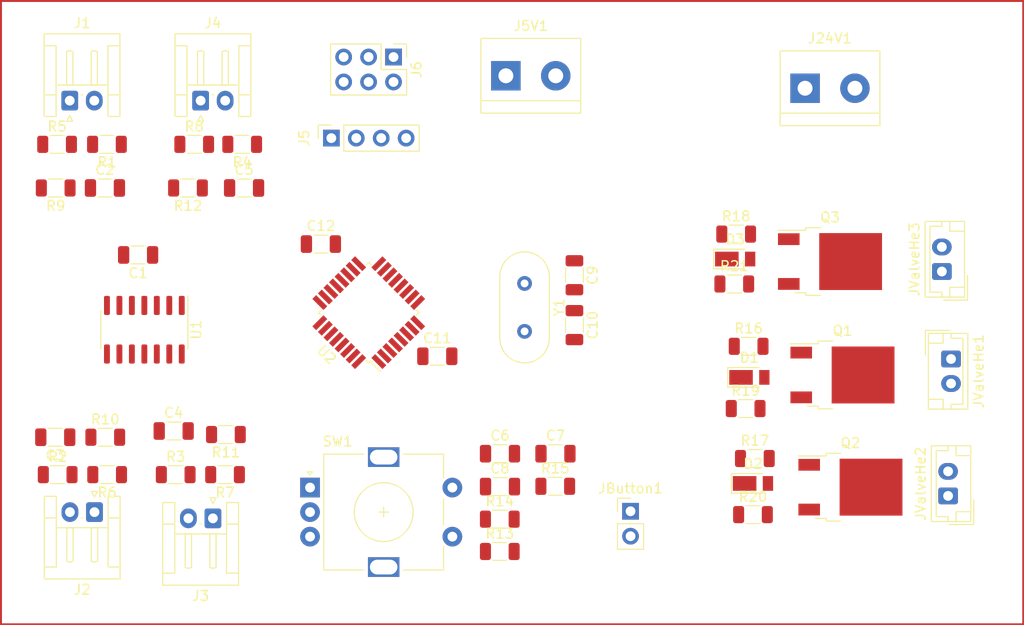
<source format=kicad_pcb>
(kicad_pcb (version 20211014) (generator pcbnew)
  (layers (0 "F.Cu" signal) (31 "B.Cu" signal) (34 "B.Paste" user) (35 "F.Paste" user) (36 "B.SilkS" user "B.Silkscreen") (37 "F.SilkS" user "F.Silkscreen") (38 "B.Mask" user) (39 "F.Mask" user) (44 "Edge.Cuts" user))
  (net 0 "")
  (net 1 "+5V")
  (net 2 "GND")
  (net 3 "Net-(C2-Pad1)")
  (net 4 "Net-(C2-Pad2)")
  (net 5 "Net-(C3-Pad1)")
  (net 6 "Net-(C3-Pad2)")
  (net 7 "Net-(C4-Pad1)")
  (net 8 "Net-(C4-Pad2)")
  (net 9 "Net-(C5-Pad1)")
  (net 10 "Net-(C5-Pad2)")
  (net 11 "Net-(C6-Pad1)")
  (net 12 "Net-(C7-Pad1)")
  (net 13 "+24V")
  (net 14 "Net-(D1-Pad2)")
  (net 15 "Net-(D2-Pad2)")
  (net 16 "Net-(D3-Pad2)")
  (net 17 "Net-(J1-Pad2)")
  (net 18 "Net-(J2-Pad2)")
  (net 19 "Net-(J3-Pad2)")
  (net 20 "Net-(J4-Pad2)")
  (net 21 "Net-(J5-Pad1)")
  (net 22 "Net-(J5-Pad2)")
  (net 23 "Net-(J6-Pad1)")
  (net 24 "Net-(J6-Pad3)")
  (net 25 "Net-(J6-Pad4)")
  (net 26 "Net-(J6-Pad5)")
  (net 28 "Net-(U2-Pad32)")
  (net 29 "Net-(Q1-Pad1)")
  (net 30 "Net-(Q2-Pad1)")
  (net 31 "Net-(Q3-Pad1)")
  (net 32 "Net-(C9-Pad1)")
  (net 33 "Net-(C10-Pad1)")
  (net 34 "Net-(R15-Pad1)")
  (net 35 "Net-(U2-Pad11)")
  (net 41 "Net-(R13-Pad2)")
  (net 43 "Net-(R14-Pad2)")
  (net 44 "Net-(R16-Pad1)")
  (net 45 "Net-(R17-Pad1)")
  (net 46 "Net-(R18-Pad1)")
  (footprint "Capacitor_SMD:C_1206_3216Metric" (layer "F.Cu") (at 100.535 67.31)
    (fp_text reference "C12" (at 0 -1.85) (layer "F.SilkS"))
    (fp_text value "100nF")
    (pad "1" smd roundrect (at -1.475 0) (size 1.15 1.8) (layers "F.Cu" "F.Paste" "F.Mask") (roundrect_rratio 0.217391) (net 1 "+5V"))
    (pad "2" smd roundrect (at 1.475 0) (size 1.15 1.8) (layers "F.Cu" "F.Paste" "F.Mask") (roundrect_rratio 0.217391) (net 2 "GND"))
  )
  (footprint "Capacitor_SMD:C_1206_3216Metric" (layer "F.Cu") (at 118.78 88.665)
    (fp_text reference "C6" (at 0 -1.85) (layer "F.SilkS"))
    (fp_text value "100nF")
    (pad "1" smd roundrect (at -1.475 0) (size 1.15 1.8) (layers "F.Cu" "F.Paste" "F.Mask") (roundrect_rratio 0.217391) (net 11 "Net-(C6-Pad1)"))
    (pad "2" smd roundrect (at 1.475 0) (size 1.15 1.8) (layers "F.Cu" "F.Paste" "F.Mask") (roundrect_rratio 0.217391) (net 2 "GND"))
  )
  (footprint "Resistor_SMD:R_1206_3216Metric" (layer "F.Cu") (at 90.859564 86.7125 180)
    (fp_text reference "R11" (at 0 -1.82) (layer "F.SilkS"))
    (fp_text value "100k")
    (pad "1" smd roundrect (at -1.4625 0 180) (size 1.125 1.75) (layers "F.Cu" "F.Paste" "F.Mask") (roundrect_rratio 0.222222) (net 8 "Net-(C4-Pad2)"))
    (pad "2" smd roundrect (at 1.4625 0 180) (size 1.125 1.75) (layers "F.Cu" "F.Paste" "F.Mask") (roundrect_rratio 0.222222) (net 7 "Net-(C4-Pad1)"))
  )
  (footprint "Capacitor_SMD:C_1206_3216Metric" (layer "F.Cu") (at 124.43 88.665)
    (fp_text reference "C7" (at 0 -1.85) (layer "F.SilkS"))
    (fp_text value "100nF")
    (pad "1" smd roundrect (at -1.475 0) (size 1.15 1.8) (layers "F.Cu" "F.Paste" "F.Mask") (roundrect_rratio 0.217391) (net 12 "Net-(C7-Pad1)"))
    (pad "2" smd roundrect (at 1.475 0) (size 1.15 1.8) (layers "F.Cu" "F.Paste" "F.Mask") (roundrect_rratio 0.217391) (net 2 "GND"))
  )
  (footprint "Resistor_SMD:R_1206_3216Metric" (layer "F.Cu") (at 143.805 84.065)
    (fp_text reference "R19" (at 0 -1.82) (layer "F.SilkS"))
    (fp_text value "1M")
    (pad "1" smd roundrect (at -1.4625 0) (size 1.125 1.75) (layers "F.Cu" "F.Paste" "F.Mask") (roundrect_rratio 0.222222) (net 13 "+24V"))
    (pad "2" smd roundrect (at 1.4625 0) (size 1.125 1.75) (layers "F.Cu" "F.Paste" "F.Mask") (roundrect_rratio 0.222222) (net 14 "Net-(D1-Pad2)"))
  )
  (footprint "Resistor_SMD:R_1206_3216Metric" (layer "F.Cu") (at 144.5525 94.87)
    (fp_text reference "R20" (at 0 -1.82) (layer "F.SilkS"))
    (fp_text value "1M")
    (pad "1" smd roundrect (at -1.4625 0) (size 1.125 1.75) (layers "F.Cu" "F.Paste" "F.Mask") (roundrect_rratio 0.222222) (net 13 "+24V"))
    (pad "2" smd roundrect (at 1.4625 0) (size 1.125 1.75) (layers "F.Cu" "F.Paste" "F.Mask") (roundrect_rratio 0.222222) (net 15 "Net-(D2-Pad2)"))
  )
  (footprint "Resistor_SMD:R_1206_3216Metric" (layer "F.Cu") (at 87.63 57.15)
    (fp_text reference "R8" (at 0 -1.82) (layer "F.SilkS"))
    (fp_text value "1k")
    (pad "1" smd roundrect (at -1.4625 0) (size 1.125 1.75) (layers "F.Cu" "F.Paste" "F.Mask") (roundrect_rratio 0.222222) (net 9 "Net-(C5-Pad1)"))
    (pad "2" smd roundrect (at 1.4625 0) (size 1.125 1.75) (layers "F.Cu" "F.Paste" "F.Mask") (roundrect_rratio 0.222222) (net 2 "GND"))
  )
  (footprint "Resistor_SMD:R_1206_3216Metric" (layer "F.Cu") (at 73.72 90.7975)
    (fp_text reference "R2" (at 0 -1.82) (layer "F.SilkS"))
    (fp_text value "10k")
    (pad "1" smd roundrect (at -1.4625 0) (size 1.125 1.75) (layers "F.Cu" "F.Paste" "F.Mask") (roundrect_rratio 0.222222) (net 18 "Net-(J2-Pad2)"))
    (pad "2" smd roundrect (at 1.4625 0) (size 1.125 1.75) (layers "F.Cu" "F.Paste" "F.Mask") (roundrect_rratio 0.222222) (net 2 "GND"))
  )
  (footprint "Capacitor_SMD:C_1206_3216Metric" (layer "F.Cu") (at 126.365 75.565 -90)
    (fp_text reference "C10" (at 0 -1.85 -270) (layer "F.SilkS"))
    (fp_text value "20pF")
    (pad "1" smd roundrect (at -1.475 0 270) (size 1.15 1.8) (layers "F.Cu" "F.Paste" "F.Mask") (roundrect_rratio 0.217391) (net 33 "Net-(C10-Pad1)"))
    (pad "2" smd roundrect (at 1.475 0 270) (size 1.15 1.8) (layers "F.Cu" "F.Paste" "F.Mask") (roundrect_rratio 0.217391) (net 2 "GND"))
  )
  (footprint "Rotary_Encoder:RotaryEncoder_Alps_EC11E-Switch_Vertical_H20mm" (layer "F.Cu") (at 99.43 92.115)
    (fp_text reference "SW1" (at 2.8 -4.7) (layer "F.SilkS"))
    (fp_text value "RotaryEncoder_Switch")
    (pad "A" thru_hole rect (at 0 0) (size 2 2) (drill 1) (layers *.Cu *.Mask) (net 34 "Net-(R15-Pad1)"))
    (pad "B" thru_hole circle (at 0 5) (size 2 2) (drill 1) (layers *.Cu *.Mask) (net 41 "Net-(R13-Pad2)"))
    (pad "C" thru_hole circle (at 0 2.5) (size 2 2) (drill 1) (layers *.Cu *.Mask) (net 2 "GND"))
    (pad "MP" thru_hole rect (at 7.5 -3.1) (size 3.2 2) (drill oval 2.8 1.5) (layers *.Cu *.Mask))
    (pad "MP" thru_hole rect (at 7.5 8.1) (size 3.2 2) (drill oval 2.8 1.5) (layers *.Cu *.Mask))
    (pad "S1" thru_hole circle (at 14.5 5) (size 2 2) (drill 1) (layers *.Cu *.Mask) (net 2 "GND"))
    (pad "S2" thru_hole circle (at 14.5 0) (size 2 2) (drill 1) (layers *.Cu *.Mask) (net 43 "Net-(R14-Pad2)"))
  )
  (footprint "Connector_JST:JST_EH_B2B-EH-A_1x02_P2.50mm_Vertical" (layer "F.Cu") (at 163.795 70.105 90)
    (fp_text reference "JValveHe3" (at 1.25 -2.8 90) (layer "F.SilkS"))
    (fp_text value "Screw_Terminal_01x02")
    (pad "1" thru_hole roundrect (at 0 0 90) (size 1.7 2) (drill 1) (layers *.Cu *.Mask) (roundrect_rratio 0.147059) (net 13 "+24V"))
    (pad "2" thru_hole oval (at 2.5 0 90) (size 1.7 2) (drill 1) (layers *.Cu *.Mask) (net 16 "Net-(D3-Pad2)"))
  )
  (footprint "Resistor_SMD:R_1206_3216Metric" (layer "F.Cu") (at 73.52 61.595 180)
    (fp_text reference "R9" (at 0 -1.82) (layer "F.SilkS"))
    (fp_text value "100k")
    (pad "1" smd roundrect (at -1.4625 0 180) (size 1.125 1.75) (layers "F.Cu" "F.Paste" "F.Mask") (roundrect_rratio 0.222222) (net 4 "Net-(C2-Pad2)"))
    (pad "2" smd roundrect (at 1.4625 0 180) (size 1.125 1.75) (layers "F.Cu" "F.Paste" "F.Mask") (roundrect_rratio 0.222222) (net 3 "Net-(C2-Pad1)"))
  )
  (footprint "Package_TO_SOT_SMD:TO-252-2" (layer "F.Cu") (at 153.67 80.645)
    (fp_text reference "Q1" (at 0 -4.5) (layer "F.SilkS"))
    (fp_text value "IRFR4105")
    (pad "1" smd rect (at -4.2 -2.28) (size 2.2 1.2) (layers "F.Cu" "F.Paste" "F.Mask") (net 29 "Net-(Q1-Pad1)"))
    (pad "2" smd rect (at 2.1 0) (size 6.4 5.8) (layers "F.Cu" "F.Mask") (net 14 "Net-(D1-Pad2)"))
    (pad "3" smd rect (at -4.2 2.28) (size 2.2 1.2) (layers "F.Cu" "F.Paste" "F.Mask") (net 2 "GND"))
  )
  (footprint "Connector_JST:JST_EH_B2B-EH-A_1x02_P2.50mm_Vertical" (layer "F.Cu") (at 164.73 79.015 -90)
    (fp_text reference "JValveHe1" (at 1.25 -2.8 90) (layer "F.SilkS"))
    (fp_text value "Screw_Terminal_01x02")
    (pad "1" thru_hole roundrect (at 0 0 270) (size 1.7 2) (drill 1) (layers *.Cu *.Mask) (roundrect_rratio 0.147059) (net 13 "+24V"))
    (pad "2" thru_hole oval (at 2.5 0 270) (size 1.7 2) (drill 1) (layers *.Cu *.Mask) (net 14 "Net-(D1-Pad2)"))
  )
  (footprint "Connector_JST:JST_EH_B2B-EH-A_1x02_P2.50mm_Vertical" (layer "F.Cu") (at 164.43 92.965 90)
    (fp_text reference "JValveHe2" (at 1.25 -2.8 90) (layer "F.SilkS"))
    (fp_text value "Screw_Terminal_01x02")
    (pad "1" thru_hole roundrect (at 0 0 90) (size 1.7 2) (drill 1) (layers *.Cu *.Mask) (roundrect_rratio 0.147059) (net 13 "+24V"))
    (pad "2" thru_hole oval (at 2.5 0 90) (size 1.7 2) (drill 1) (layers *.Cu *.Mask) (net 15 "Net-(D2-Pad2)"))
  )
  (footprint "Capacitor_SMD:C_1206_3216Metric" (layer "F.Cu") (at 126.365 70.485 -90)
    (fp_text reference "C9" (at 0 -1.85 -270) (layer "F.SilkS"))
    (fp_text value "20pF")
    (pad "1" smd roundrect (at -1.475 0 270) (size 1.15 1.8) (layers "F.Cu" "F.Paste" "F.Mask") (roundrect_rratio 0.217391) (net 32 "Net-(C9-Pad1)"))
    (pad "2" smd roundrect (at 1.475 0 270) (size 1.15 1.8) (layers "F.Cu" "F.Paste" "F.Mask") (roundrect_rratio 0.217391) (net 2 "GND"))
  )
  (footprint "Package_TO_SOT_SMD:TO-252-2" (layer "F.Cu") (at 152.4 69.09)
    (fp_text reference "Q3" (at 0 -4.5) (layer "F.SilkS"))
    (fp_text value "IRFR4105")
    (pad "1" smd rect (at -4.2 -2.28) (size 2.2 1.2) (layers "F.Cu" "F.Paste" "F.Mask") (net 31 "Net-(Q3-Pad1)"))
    (pad "2" smd rect (at 2.1 0) (size 6.4 5.8) (layers "F.Cu" "F.Mask") (net 16 "Net-(D3-Pad2)"))
    (pad "3" smd rect (at -4.2 2.28) (size 2.2 1.2) (layers "F.Cu" "F.Paste" "F.Mask") (net 2 "GND"))
  )
  (footprint "Resistor_SMD:R_1206_3216Metric" (layer "F.Cu") (at 90.77 90.7975 180)
    (fp_text reference "R7" (at 0 -1.82) (layer "F.SilkS"))
    (fp_text value "1k")
    (pad "1" smd roundrect (at -1.4625 0 180) (size 1.125 1.75) (layers "F.Cu" "F.Paste" "F.Mask") (roundrect_rratio 0.222222) (net 7 "Net-(C4-Pad1)"))
    (pad "2" smd roundrect (at 1.4625 0 180) (size 1.125 1.75) (layers "F.Cu" "F.Paste" "F.Mask") (roundrect_rratio 0.222222) (net 2 "GND"))
  )
  (footprint "Resistor_SMD:R_1206_3216Metric" (layer "F.Cu") (at 92.5175 57.15 180)
    (fp_text reference "R4" (at 0 -1.82) (layer "F.SilkS"))
    (fp_text value "10k")
    (pad "1" smd roundrect (at -1.4625 0 180) (size 1.125 1.75) (layers "F.Cu" "F.Paste" "F.Mask") (roundrect_rratio 0.222222) (net 20 "Net-(J4-Pad2)"))
    (pad "2" smd roundrect (at 1.4625 0 180) (size 1.125 1.75) (layers "F.Cu" "F.Paste" "F.Mask") (roundrect_rratio 0.222222) (net 2 "GND"))
  )
  (footprint "Crystal:Crystal_HC49-U_Vertical" (layer "F.Cu") (at 121.285 71.32 -90)
    (fp_text reference "Y1" (at 2.44 -3.525 -270) (layer "F.SilkS"))
    (fp_text value "20MHz")
    (pad "1" thru_hole circle (at 0 0 270) (size 1.5 1.5) (drill 0.8) (layers *.Cu *.Mask) (net 32 "Net-(C9-Pad1)"))
    (pad "2" thru_hole circle (at 4.88 0 270) (size 1.5 1.5) (drill 0.8) (layers *.Cu *.Mask) (net 33 "Net-(C10-Pad1)"))
  )
  (footprint "Package_QFP:TQFP-32_7x7mm_P0.8mm" (layer "F.Cu") (at 105.41 74.295 135)
    (fp_text reference "U2" (at 0 -6.05 135) (layer "F.SilkS"))
    (fp_text value "ATmega328PB-A")
    (pad "1" smd rect (at -4.25 -2.8 135) (size 1.6 0.55) (layers "F.Cu" "F.Paste" "F.Mask") (net 11 "Net-(C6-Pad1)"))
    (pad "2" smd rect (at -4.25 -2 135) (size 1.6 0.55) (layers "F.Cu" "F.Paste" "F.Mask"))
    (pad "3" smd rect (at -4.25 -1.2 135) (size 1.6 0.55) (layers "F.Cu" "F.Paste" "F.Mask") (net 46 "Net-(R18-Pad1)"))
    (pad "4" smd rect (at -4.25 -0.4 135) (size 1.6 0.55) (layers "F.Cu" "F.Paste" "F.Mask") (net 1 "+5V"))
    (pad "5" smd rect (at -4.25 0.4 135) (size 1.6 0.55) (layers "F.Cu" "F.Paste" "F.Mask") (net 2 "GND"))
    (pad "6" smd rect (at -4.25 1.2 135) (size 1.6 0.55) (layers "F.Cu" "F.Paste" "F.Mask") (net 45 "Net-(R17-Pad1)"))
    (pad "7" smd rect (at -4.25 2 135) (size 1.6 0.55) (layers "F.Cu" "F.Paste" "F.Mask") (net 33 "Net-(C10-Pad1)"))
    (pad "8" smd rect (at -4.25 2.8 135) (size 1.6 0.55) (layers "F.Cu" "F.Paste" "F.Mask") (net 32 "Net-(C9-Pad1)"))
    (pad "9" smd rect (at -2.8 4.25 225) (size 1.6 0.55) (layers "F.Cu" "F.Paste" "F.Mask"))
    (pad "10" smd rect (at -2 4.25 225) (size 1.6 0.55) (layers "F.Cu" "F.Paste" "F.Mask"))
    (pad "11" smd rect (at -1.2 4.25 225) (size 1.6 0.55) (layers "F.Cu" "F.Paste" "F.Mask") (net 35 "Net-(U2-Pad11)"))
    (pad "12" smd rect (at -0.4 4.25 225) (size 1.6 0.55) (layers "F.Cu" "F.Paste" "F.Mask"))
    (pad "13" smd rect (at 0.4 4.25 225) (size 1.6 0.55) (layers "F.Cu" "F.Paste" "F.Mask"))
    (pad "14" smd rect (at 1.2 4.25 225) (size 1.6 0.55) (layers "F.Cu" "F.Paste" "F.Mask"))
    (pad "15" smd rect (at 2 4.25 225) (size 1.6 0.55) (layers "F.Cu" "F.Paste" "F.Mask") (net 25 "Net-(J6-Pad4)"))
    (pad "16" smd rect (at 2.8 4.25 225) (size 1.6 0.55) (layers "F.Cu" "F.Paste" "F.Mask") (net 23 "Net-(J6-Pad1)"))
    (pad "17" smd rect (at 4.25 2.8 135) (size 1.6 0.55) (layers "F.Cu" "F.Paste" "F.Mask") (net 24 "Net-(J6-Pad3)"))
    (pad "18" smd rect (at 4.25 2 135) (size 1.6 0.55) (layers "F.Cu" "F.Paste" "F.Mask") (net 1 "+5V"))
    (pad "19" smd rect (at 4.25 1.2 135) (size 1.6 0.55) (layers "F.Cu" "F.Paste" "F.Mask") (net 44 "Net-(R16-Pad1)"))
    (pad "20" smd rect (at 4.25 0.4 135) (size 1.6 0.55) (layers "F.Cu" "F.Paste" "F.Mask"))
    (pad "21" smd rect (at 4.25 -0.4 135) (size 1.6 0.55) (layers "F.Cu" "F.Paste" "F.Mask") (net 2 "GND"))
    (pad "22" smd rect (at 4.25 -1.2 135) (size 1.6 0.55) (layers "F.Cu" "F.Paste" "F.Mask"))
    (pad "23" smd rect (at 4.25 -2 135) (size 1.6 0.55) (layers "F.Cu" "F.Paste" "F.Mask") (net 10 "Net-(C5-Pad2)"))
    (pad "24" smd rect (at 4.25 -2.8 135) (size 1.6 0.55) (layers "F.Cu" "F.Paste" "F.Mask") (net 4 "Net-(C2-Pad2)"))
    (pad "25" smd rect (at 2.8 -4.25 225) (size 1.6 0.55) (layers "F.Cu" "F.Paste" "F.Mask") (net 6 "Net-(C3-Pad2)"))
    (pad "26" smd rect (at 2 -4.25 225) (size 1.6 0.55) (layers "F.Cu" "F.Paste" "F.Mask") (net 8 "Net-(C4-Pad2)"))
    (pad "27" smd rect (at 1.2 -4.25 225) (size 1.6 0.55) (layers "F.Cu" "F.Paste" "F.Mask") (net 21 "Net-(J5-Pad1)"))
    (pad "28" smd rect (at 0.4 -4.25 225) (size 1.6 0.55) (layers "F.Cu" "F.Paste" "F.Mask") (net 22 "Net-(J5-Pad2)"))
    (pad "29" smd rect (at -0.4 -4.25 225) (size 1.6 0.55) (layers "F.Cu" "F.Paste" "F.Mask") (net 26 "Net-(J6-Pad5)"))
    (pad "30" smd rect (at -1.2 -4.25 225) (size 1.6 0.55) (layers "F.Cu" "F.Paste" "F.Mask"))
    (pad "31" smd rect (at -2 -4.25 225) (size 1.6 0.55) (layers "F.Cu" "F.Paste" "F.Mask") (net 2 "GND"))
    (pad "32" smd rect (at -2.8 -4.25 225) (size 1.6 0.55) (layers "F.Cu" "F.Paste" "F.Mask") (net 28 "Net-(U2-Pad32)"))
  )
  (footprint "Connector_PinHeader_2.54mm:PinHeader_2x03_P2.54mm_Vertical" (layer "F.Cu") (at 107.935 48.255 -90)
    (fp_text reference "J6" (at 1.27 -2.33 90) (layer "F.SilkS"))
    (fp_text value "AVR-ISP-6")
    (pad "1" thru_hole rect (at 0 0 270) (size 1.7 1.7) (drill 1) (layers *.Cu *.Mask) (net 23 "Net-(J6-Pad1)"))
    (pad "2" thru_hole oval (at 2.54 0 270) (size 1.7 1.7) (drill 1) (layers *.Cu *.Mask) (net 1 "+5V"))
    (pad "3" thru_hole oval (at 0 2.54 270) (size 1.7 1.7) (drill 1) (layers *.Cu *.Mask) (net 24 "Net-(J6-Pad3)"))
    (pad "4" thru_hole oval (at 2.54 2.54 270) (size 1.7 1.7) (drill 1) (layers *.Cu *.Mask) (net 25 "Net-(J6-Pad4)"))
    (pad "5" thru_hole oval (at 0 5.08 270) (size 1.7 1.7) (drill 1) (layers *.Cu *.Mask) (net 26 "Net-(J6-Pad5)"))
    (pad "6" thru_hole oval (at 2.54 5.08 270) (size 1.7 1.7) (drill 1) (layers *.Cu *.Mask))
  )
  (footprint "Capacitor_SMD:C_1206_3216Metric" (layer "F.Cu") (at 118.78 92.015)
    (fp_text reference "C8" (at 0 -1.85) (layer "F.SilkS"))
    (fp_text value "100nF")
    (pad "1" smd roundrect (at -1.475 0) (size 1.15 1.8) (layers "F.Cu" "F.Paste" "F.Mask") (roundrect_rratio 0.217391) (net 2 "GND"))
    (pad "2" smd roundrect (at 1.475 0) (size 1.15 1.8) (layers "F.Cu" "F.Paste" "F.Mask") (roundrect_rratio 0.217391) (net 28 "Net-(U2-Pad32)"))
  )
  (footprint "Resistor_SMD:R_1206_3216Metric" (layer "F.Cu") (at 144.745 89.155)
    (fp_text reference "R17" (at 0 -1.82) (layer "F.SilkS"))
    (fp_text value "1k")
    (pad "1" smd roundrect (at -1.4625 0) (size 1.125 1.75) (layers "F.Cu" "F.Paste" "F.Mask") (roundrect_rratio 0.222222) (net 45 "Net-(R17-Pad1)"))
    (pad "2" smd roundrect (at 1.4625 0) (size 1.125 1.75) (layers "F.Cu" "F.Paste" "F.Mask") (roundrect_rratio 0.222222) (net 30 "Net-(Q2-Pad1)"))
  )
  (footprint "Connector_JST:JST_EH_S2B-EH_1x02_P2.50mm_Horizontal" (layer "F.Cu") (at 89.535 95.25 180)
    (fp_text reference "J3" (at 1.25 -7.9) (layer "F.SilkS"))
    (fp_text value "HeSens2")
    (pad "1" thru_hole roundrect (at 0 0 180) (size 1.7 2) (drill 1) (layers *.Cu *.Mask) (roundrect_rratio 0.147059) (net 2 "GND"))
    (pad "2" thru_hole oval (at 2.5 0 180) (size 1.7 2) (drill 1) (layers *.Cu *.Mask) (net 19 "Net-(J3-Pad2)"))
  )
  (footprint "Resistor_SMD:R_1206_3216Metric" (layer "F.Cu") (at 78.5675 86.9875)
    (fp_text reference "R10" (at 0 -1.82) (layer "F.SilkS"))
    (fp_text value "100k")
    (pad "1" smd roundrect (at -1.4625 0) (size 1.125 1.75) (layers "F.Cu" "F.Paste" "F.Mask") (roundrect_rratio 0.222222) (net 6 "Net-(C3-Pad2)"))
    (pad "2" smd roundrect (at 1.4625 0) (size 1.125 1.75) (layers "F.Cu" "F.Paste" "F.Mask") (roundrect_rratio 0.222222) (net 5 "Net-(C3-Pad1)"))
  )
  (footprint "Resistor_SMD:R_1206_3216Metric" (layer "F.Cu") (at 118.76 98.625)
    (fp_text reference "R13" (at 0 -1.82) (layer "F.SilkS"))
    (fp_text value "27k")
    (pad "1" smd roundrect (at -1.4625 0) (size 1.125 1.75) (layers "F.Cu" "F.Paste" "F.Mask") (roundrect_rratio 0.222222) (net 11 "Net-(C6-Pad1)"))
    (pad "2" smd roundrect (at 1.4625 0) (size 1.125 1.75) (layers "F.Cu" "F.Paste" "F.Mask") (roundrect_rratio 0.222222) (net 41 "Net-(R13-Pad2)"))
  )
  (footprint "Resistor_SMD:R_1206_3216Metric" (layer "F.Cu") (at 78.76 90.7975 180)
    (fp_text reference "R6" (at 0 -1.82) (layer "F.SilkS"))
    (fp_text value "1k")
    (pad "1" smd roundrect (at -1.4625 0 180) (size 1.125 1.75) (layers "F.Cu" "F.Paste" "F.Mask") (roundrect_rratio 0.222222) (net 5 "Net-(C3-Pad1)"))
    (pad "2" smd roundrect (at 1.4625 0 180) (size 1.125 1.75) (layers "F.Cu" "F.Paste" "F.Mask") (roundrect_rratio 0.222222) (net 2 "GND"))
  )
  (footprint "Capacitor_SMD:C_1206_3216Metric" (layer "F.Cu") (at 85.54 86.3525)
    (fp_text reference "C4" (at 0 -1.85) (layer "F.SilkS"))
    (fp_text value "1nF")
    (pad "1" smd roundrect (at -1.475 0) (size 1.15 1.8) (layers "F.Cu" "F.Paste" "F.Mask") (roundrect_rratio 0.217391) (net 7 "Net-(C4-Pad1)"))
    (pad "2" smd roundrect (at 1.475 0) (size 1.15 1.8) (layers "F.Cu" "F.Paste" "F.Mask") (roundrect_rratio 0.217391) (net 8 "Net-(C4-Pad2)"))
  )
  (footprint "Capacitor_SMD:C_1206_3216Metric" (layer "F.Cu") (at 92.71 61.595)
    (fp_text reference "C5" (at 0 -1.85) (layer "F.SilkS"))
    (fp_text value "1nF")
    (pad "1" smd roundrect (at -1.475 0) (size 1.15 1.8) (layers "F.Cu" "F.Paste" "F.Mask") (roundrect_rratio 0.217391) (net 9 "Net-(C5-Pad1)"))
    (pad "2" smd roundrect (at 1.475 0) (size 1.15 1.8) (layers "F.Cu" "F.Paste" "F.Mask") (roundrect_rratio 0.217391) (net 10 "Net-(C5-Pad2)"))
  )
  (footprint "Capacitor_SMD:C_1206_3216Metric" (layer "F.Cu") (at 78.535 61.595)
    (fp_text reference "C2" (at 0 -1.85) (layer "F.SilkS"))
    (fp_text value "1nF")
    (pad "1" smd roundrect (at -1.475 0) (size 1.15 1.8) (layers "F.Cu" "F.Paste" "F.Mask") (roundrect_rratio 0.217391) (net 3 "Net-(C2-Pad1)"))
    (pad "2" smd roundrect (at 1.475 0) (size 1.15 1.8) (layers "F.Cu" "F.Paste" "F.Mask") (roundrect_rratio 0.217391) (net 4 "Net-(C2-Pad2)"))
  )
  (footprint "Diode_SMD:D_PowerDI-123" (layer "F.Cu") (at 142.74 68.835)
    (fp_text reference "D3" (at 0 -2) (layer "F.SilkS"))
    (fp_text value "1N4001")
    (pad "1" smd rect (at -0.85 0 180) (size 2.4 1.5) (layers "F.Cu" "F.Paste" "F.Mask") (net 13 "+24V"))
    (pad "2" smd rect (at 1.525 0 180) (size 1.05 1.5) (layers "F.Cu" "F.Paste" "F.Mask") (net 16 "Net-(D3-Pad2)"))
  )
  (footprint "Diode_SMD:D_PowerDI-123" (layer "F.Cu") (at 144.185 80.89)
    (fp_text reference "D1" (at 0 -2) (layer "F.SilkS"))
    (fp_text value "DFLS1607 DII")
    (pad "1" smd rect (at -0.85 0 180) (size 2.4 1.5) (layers "F.Cu" "F.Paste" "F.Mask") (net 13 "+24V"))
    (pad "2" smd rect (at 1.525 0 180) (size 1.05 1.5) (layers "F.Cu" "F.Paste" "F.Mask") (net 14 "Net-(D1-Pad2)"))
  )
  (footprint "Resistor_SMD:R_1206_3216Metric" (layer "F.Cu") (at 142.84 66.295)
    (fp_text reference "R18" (at 0 -1.82) (layer "F.SilkS"))
    (fp_text value "1k")
    (pad "1" smd roundrect (at -1.4625 0) (size 1.125 1.75) (layers "F.Cu" "F.Paste" "F.Mask") (roundrect_rratio 0.222222) (net 46 "Net-(R18-Pad1)"))
    (pad "2" smd roundrect (at 1.4625 0) (size 1.125 1.75) (layers "F.Cu" "F.Paste" "F.Mask") (roundrect_rratio 0.222222) (net 31 "Net-(Q3-Pad1)"))
  )
  (footprint "Connector_JST:JST_EH_S2B-EH_1x02_P2.50mm_Horizontal" (layer "F.Cu") (at 74.95 52.6975)
    (fp_text reference "J1" (at 1.25 -7.9) (layer "F.SilkS"))
    (fp_text value "OxySens2")
    (pad "1" thru_hole roundrect (at 0 0) (size 1.7 2) (drill 1) (layers *.Cu *.Mask) (roundrect_rratio 0.147059) (net 2 "GND"))
    (pad "2" thru_hole oval (at 2.5 0) (size 1.7 2) (drill 1) (layers *.Cu *.Mask) (net 17 "Net-(J1-Pad2)"))
  )
  (footprint "Package_TO_SOT_SMD:TO-252-2" (layer "F.Cu") (at 154.48 92.075)
    (fp_text reference "Q2" (at 0 -4.5) (layer "F.SilkS"))
    (fp_text value "IRFR4105")
    (pad "1" smd rect (at -4.2 -2.28) (size 2.2 1.2) (layers "F.Cu" "F.Paste" "F.Mask") (net 30 "Net-(Q2-Pad1)"))
    (pad "2" smd rect (at 2.1 0) (size 6.4 5.8) (layers "F.Cu" "F.Mask") (net 15 "Net-(D2-Pad2)"))
    (pad "3" smd rect (at -4.2 2.28) (size 2.2 1.2) (layers "F.Cu" "F.Paste" "F.Mask") (net 2 "GND"))
  )
  (footprint "Resistor_SMD:R_1206_3216Metric" (layer "F.Cu") (at 118.76 95.335)
    (fp_text reference "R14" (at 0 -1.82) (layer "F.SilkS"))
    (fp_text value "27k")
    (pad "1" smd roundrect (at -1.4625 0) (size 1.125 1.75) (layers "F.Cu" "F.Paste" "F.Mask") (roundrect_rratio 0.222222) (net 12 "Net-(C7-Pad1)"))
    (pad "2" smd roundrect (at 1.4625 0) (size 1.125 1.75) (layers "F.Cu" "F.Paste" "F.Mask") (roundrect_rratio 0.222222) (net 43 "Net-(R14-Pad2)"))
  )
  (footprint "Resistor_SMD:R_1206_3216Metric" (layer "F.Cu") (at 142.6475 71.375)
    (fp_text reference "R21" (at 0 -1.82) (layer "F.SilkS"))
    (fp_text value "1M")
    (pad "1" smd roundrect (at -1.4625 0) (size 1.125 1.75) (layers "F.Cu" "F.Paste" "F.Mask") (roundrect_rratio 0.222222) (net 13 "+24V"))
    (pad "2" smd roundrect (at 1.4625 0) (size 1.125 1.75) (layers "F.Cu" "F.Paste" "F.Mask") (roundrect_rratio 0.222222) (net 16 "Net-(D3-Pad2)"))
  )
  (footprint "Connector_JST:JST_EH_S2B-EH_1x02_P2.50mm_Horizontal" (layer "F.Cu") (at 88.285 52.6975)
    (fp_text reference "J4" (at 1.25 -7.9) (layer "F.SilkS"))
    (fp_text value "OxySens1")
    (pad "1" thru_hole roundrect (at 0 0) (size 1.7 2) (drill 1) (layers *.Cu *.Mask) (roundrect_rratio 0.147059) (net 2 "GND"))
    (pad "2" thru_hole oval (at 2.5 0) (size 1.7 2) (drill 1) (layers *.Cu *.Mask) (net 20 "Net-(J4-Pad2)"))
  )
  (footprint "Resistor_SMD:R_1206_3216Metric" (layer "F.Cu") (at 78.74 57.15 180)
    (fp_text reference "R1" (at 0 -1.82) (layer "F.SilkS"))
    (fp_text value "10k")
    (pad "1" smd roundrect (at -1.4625 0 180) (size 1.125 1.75) (layers "F.Cu" "F.Paste" "F.Mask") (roundrect_rratio 0.222222) (net 17 "Net-(J1-Pad2)"))
    (pad "2" smd roundrect (at 1.4625 0 180) (size 1.125 1.75) (layers "F.Cu" "F.Paste" "F.Mask") (roundrect_rratio 0.222222) (net 2 "GND"))
  )
  (footprint "Package_SO:SO-14_3.9x8.65mm_P1.27mm" (layer "F.Cu") (at 82.55 76.035 -90)
    (fp_text reference "U1" (at 0 -5.28 -270) (layer "F.SilkS"))
    (fp_text value "TLC274")
    (pad "1" smd roundrect (at -2.475 -3.81 270) (size 1.95 0.6) (layers "F.Cu" "F.Paste" "F.Mask") (net 10 "Net-(C5-Pad2)"))
    (pad "2" smd roundrect (at -2.475 -2.54 270) (size 1.95 0.6) (layers "F.Cu" "F.Paste" "F.Mask") (net 9 "Net-(C5-Pad1)"))
    (pad "3" smd roundrect (at -2.475 -1.27 270) (size 1.95 0.6) (layers "F.Cu" "F.Paste" "F.Mask") (net 20 "Net-(J4-Pad2)"))
    (pad "4" smd roundrect (at -2.475 0 270) (size 1.95 0.6) (layers "F.Cu" "F.Paste" "F.Mask") (net 1 "+5V"))
    (pad "5" smd roundrect (at -2.475 1.27 270) (size 1.95 0.6) (layers "F.Cu" "F.Paste" "F.Mask") (net 17 "Net-(J1-Pad2)"))
    (pad "6" smd roundrect (at -2.475 2.54 270) (size 1.95 0.6) (layers "F.Cu" "F.Paste" "F.Mask") (net 3 "Net-(C2-Pad1)"))
    (pad "7" smd roundrect (at -2.475 3.81 270) (size 1.95 0.6) (layers "F.Cu" "F.Paste" "F.Mask") (net 4 "Net-(C2-Pad2)"))
    (pad "8" smd roundrect (at 2.475 3.81 270) (size 1.95 0.6) (layers "F.Cu" "F.Paste" "F.Mask") (net 6 "Net-(C3-Pad2)"))
    (pad "9" smd roundrect (at 2.475 2.54 270) (size 1.95 0.6) (layers "F.Cu" "F.Paste" "F.Mask") (net 5 "Net-(C3-Pad1)"))
    (pad "10" smd roundrect (at 2.475 1.27 270) (size 1.95 0.6) (layers "F.Cu" "F.Paste" "F.Mask") (net 18 "Net-(J2-Pad2)"))
    (pad "11" smd roundrect (at 2.475 0 270) (size 1.95 0.6) (layers "F.Cu" "F.Paste" "F.Mask") (net 2 "GND"))
    (pad "12" smd roundrect (at 2.475 -1.27 270) (size 1.95 0.6) (layers "F.Cu" "F.Paste" "F.Mask") (net 19 "Net-(J3-Pad2)"))
    (pad "13" smd roundrect (at 2.475 -2.54 270) (size 1.95 0.6) (layers "F.Cu" "F.Paste" "F.Mask") (net 7 "Net-(C4-Pad1)"))
    (pad "14" smd roundrect (at 2.475 -3.81 270) (size 1.95 0.6) (layers "F.Cu" "F.Paste" "F.Mask") (net 8 "Net-(C4-Pad2)"))
  )
  (footprint "Connector_PinSocket_2.54mm:PinSocket_1x04_P2.54mm_Vertical" (layer "F.Cu") (at 101.6 56.515 90)
    (fp_text reference "J5" (at 0 -2.77 90) (layer "F.SilkS"))
    (fp_text value "Display")
    (pad "1" thru_hole rect (at 0 0 90) (size 1.7 1.7) (drill 1) (layers *.Cu *.Mask) (net 21 "Net-(J5-Pad1)"))
    (pad "2" thru_hole oval (at 0 2.54 90) (size 1.7 1.7) (drill 1) (layers *.Cu *.Mask) (net 22 "Net-(J5-Pad2)"))
    (pad "3" thru_hole oval (at 0 5.08 90) (size 1.7 1.7) (drill 1) (layers *.Cu *.Mask) (net 1 "+5V"))
    (pad "4" thru_hole oval (at 0 7.62 90) (size 1.7 1.7) (drill 1) (layers *.Cu *.Mask) (net 2 "GND"))
  )
  (footprint "Capacitor_SMD:C_1206_3216Metric" (layer "F.Cu") (at 81.915 68.415 180)
    (fp_text reference "C1" (at 0 -1.85) (layer "F.SilkS"))
    (fp_text value "100nF")
    (pad "1" smd roundrect (at -1.475 0 180) (size 1.15 1.8) (layers "F.Cu" "F.Paste" "F.Mask") (roundrect_rratio 0.217391) (net 1 "+5V"))
    (pad "2" smd roundrect (at 1.475 0 180) (size 1.15 1.8) (layers "F.Cu" "F.Paste" "F.Mask") (roundrect_rratio 0.217391) (net 2 "GND"))
  )
  (footprint "TerminalBlock:TerminalBlock_bornier-2_P5.08mm" (layer "F.Cu") (at 119.38 50.165)
    (fp_text reference "J5V1" (at 2.54 -5.08) (layer "F.SilkS"))
    (fp_text value "Screw_Terminal_01x02")
    (pad "1" thru_hole rect (at 0 0) (size 3 3) (drill 1.52) (layers *.Cu *.Mask) (net 1 "+5V"))
    (pad "2" thru_hole circle (at 5.08 0) (size 3 3) (drill 1.52) (layers *.Cu *.Mask) (net 2 "GND"))
  )
  (footprint "Resistor_SMD:R_1206_3216Metric" (layer "F.Cu") (at 85.745 90.7975)
    (fp_text reference "R3" (at 0 -1.82) (layer "F.SilkS"))
    (fp_text value "10k")
    (pad "1" smd roundrect (at -1.4625 0) (size 1.125 1.75) (layers "F.Cu" "F.Paste" "F.Mask") (roundrect_rratio 0.222222) (net 19 "Net-(J3-Pad2)"))
    (pad "2" smd roundrect (at 1.4625 0) (size 1.125 1.75) (layers "F.Cu" "F.Paste" "F.Mask") (roundrect_rratio 0.222222) (net 2 "GND"))
  )
  (footprint "Connector_PinHeader_2.54mm:PinHeader_1x02_P2.54mm_Vertical" (layer "F.Cu") (at 132.08 94.53)
    (fp_text reference "JButton1" (at 0 -2.33) (layer "F.SilkS"))
    (fp_text value "Conn_01x02")
    (pad "1" thru_hole rect (at 0 0) (size 1.7 1.7) (drill 1) (layers *.Cu *.Mask) (net 2 "GND"))
    (pad "2" thru_hole oval (at 0 2.54) (size 1.7 1.7) (drill 1) (layers *.Cu *.Mask) (net 35 "Net-(U2-Pad11)"))
  )
  (footprint "Resistor_SMD:R_1206_3216Metric" (layer "F.Cu") (at 144.11 77.725)
    (fp_text reference "R16" (at 0 -1.82) (layer "F.SilkS"))
    (fp_text value "1k")
    (pad "1" smd roundrect (at -1.4625 0) (size 1.125 1.75) (layers "F.Cu" "F.Paste" "F.Mask") (roundrect_rratio 0.222222) (net 44 "Net-(R16-Pad1)"))
    (pad "2" smd roundrect (at 1.4625 0) (size 1.125 1.75) (layers "F.Cu" "F.Paste" "F.Mask") (roundrect_rratio 0.222222) (net 29 "Net-(Q1-Pad1)"))
  )
  (footprint "Capacitor_SMD:C_1206_3216Metric" (layer "F.Cu") (at 73.475 86.9875 180)
    (fp_text reference "C3" (at 0 -1.85) (layer "F.SilkS"))
    (fp_text value "1nF")
    (pad "1" smd roundrect (at -1.475 0 180) (size 1.15 1.8) (layers "F.Cu" "F.Paste" "F.Mask") (roundrect_rratio 0.217391) (net 5 "Net-(C3-Pad1)"))
    (pad "2" smd roundrect (at 1.475 0 180) (size 1.15 1.8) (layers "F.Cu" "F.Paste" "F.Mask") (roundrect_rratio 0.217391) (net 6 "Net-(C3-Pad2)"))
  )
  (footprint "Capacitor_SMD:C_1206_3216Metric" (layer "F.Cu") (at 112.395 78.74)
    (fp_text reference "C11" (at 0 -1.85) (layer "F.SilkS"))
    (fp_text value "100nF")
    (pad "1" smd roundrect (at -1.475 0) (size 1.15 1.8) (layers "F.Cu" "F.Paste" "F.Mask") (roundrect_rratio 0.217391) (net 2 "GND"))
    (pad "2" smd roundrect (at 1.475 0) (size 1.15 1.8) (layers "F.Cu" "F.Paste" "F.Mask") (roundrect_rratio 0.217391) (net 1 "+5V"))
  )
  (footprint "Connector_JST:JST_EH_S2B-EH_1x02_P2.50mm_Horizontal" (layer "F.Cu") (at 77.47 94.615 180)
    (fp_text reference "J2" (at 1.25 -7.9) (layer "F.SilkS"))
    (fp_text value "HeSens1")
    (pad "1" thru_hole roundrect (at 0 0 180) (size 1.7 2) (drill 1) (layers *.Cu *.Mask) (roundrect_rratio 0.147059) (net 2 "GND"))
    (pad "2" thru_hole oval (at 2.5 0 180) (size 1.7 2) (drill 1) (layers *.Cu *.Mask) (net 18 "Net-(J2-Pad2)"))
  )
  (footprint "Diode_SMD:D_PowerDI-123" (layer "F.Cu") (at 144.5525 91.695)
    (fp_text reference "D2" (at 0 -2) (layer "F.SilkS"))
    (fp_text value "DFLS1607 DII")
    (pad "1" smd rect (at -0.85 0 180) (size 2.4 1.5) (layers "F.Cu" "F.Paste" "F.Mask") (net 13 "+24V"))
    (pad "2" smd rect (at 1.525 0 180) (size 1.05 1.5) (layers "F.Cu" "F.Paste" "F.Mask") (net 15 "Net-(D2-Pad2)"))
  )
  (footprint "Resistor_SMD:R_1206_3216Metric" (layer "F.Cu") (at 86.995 61.595 180)
    (fp_text reference "R12" (at 0 -1.82) (layer "F.SilkS"))
    (fp_text value "100k")
    (pad "1" smd roundrect (at -1.4625 0 180) (size 1.125 1.75) (layers "F.Cu" "F.Paste" "F.Mask") (roundrect_rratio 0.222222) (net 10 "Net-(C5-Pad2)"))
    (pad "2" smd roundrect (at 1.4625 0 180) (size 1.125 1.75) (layers "F.Cu" "F.Paste" "F.Mask") (roundrect_rratio 0.222222) (net 9 "Net-(C5-Pad1)"))
  )
  (footprint "TerminalBlock:TerminalBlock_bornier-2_P5.08mm" (layer "F.Cu") (at 149.86 51.435)
    (fp_text reference "J24V1" (at 2.54 -5.08) (layer "F.SilkS"))
    (fp_text value "Screw_Terminal_01x02")
    (pad "1" thru_hole rect (at 0 0) (size 3 3) (drill 1.52) (layers *.Cu *.Mask) (net 13 "+24V"))
    (pad "2" thru_hole circle (at 5.08 0) (size 3 3) (drill 1.52) (layers *.Cu *.Mask) (net 2 "GND"))
  )
  (footprint "Resistor_SMD:R_1206_3216Metric" (layer "F.Cu") (at 124.41 91.985)
    (fp_text reference "R15" (at 0 -1.82) (layer "F.SilkS"))
    (fp_text value "27k")
    (pad "1" smd roundrect (at -1.4625 0) (size 1.125 1.75) (layers "F.Cu" "F.Paste" "F.Mask") (roundrect_rratio 0.222222) (net 34 "Net-(R15-Pad1)"))
    (pad "2" smd roundrect (at 1.4625 0) (size 1.125 1.75) (layers "F.Cu" "F.Paste" "F.Mask") (roundrect_rratio 0.222222) (net 28 "Net-(U2-Pad32)"))
  )
  (footprint "Resistor_SMD:R_1206_3216Metric" (layer "F.Cu") (at 73.66 57.15)
    (fp_text reference "R5" (at 0 -1.82) (layer "F.SilkS"))
    (fp_text value "1k")
    (pad "1" smd roundrect (at -1.4625 0) (size 1.125 1.75) (layers "F.Cu" "F.Paste" "F.Mask") (roundrect_rratio 0.222222) (net 3 "Net-(C2-Pad1)"))
    (pad "2" smd roundrect (at 1.4625 0) (size 1.125 1.75) (layers "F.Cu" "F.Paste" "F.Mask") (roundrect_rratio 0.222222) (net 2 "GND"))
  )
  (gr_rect (start 67.945 42.545) (end 172.085 106.045) (layer "F.Cu") (width 0.2) (fill none))
)
</source>
